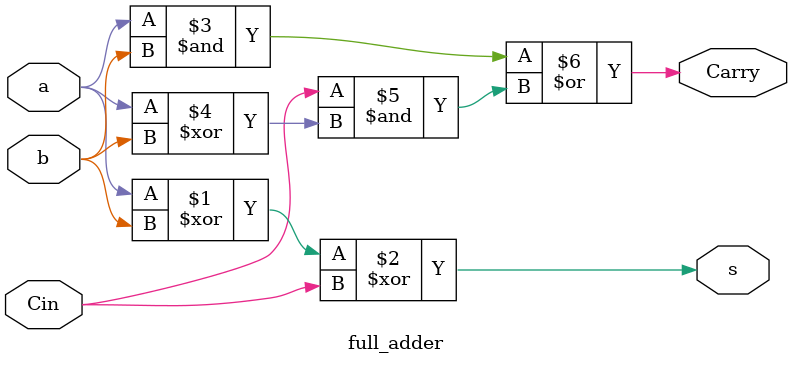
<source format=v>
`timescale 1ns / 1ps

module full_adder(
    input a,
    input b,
    input Cin,
    output s,
    output Carry
);

assign s = a ^ b ^ Cin;
assign Carry = (a & b) | (Cin & (a ^ b));

endmodule
</source>
